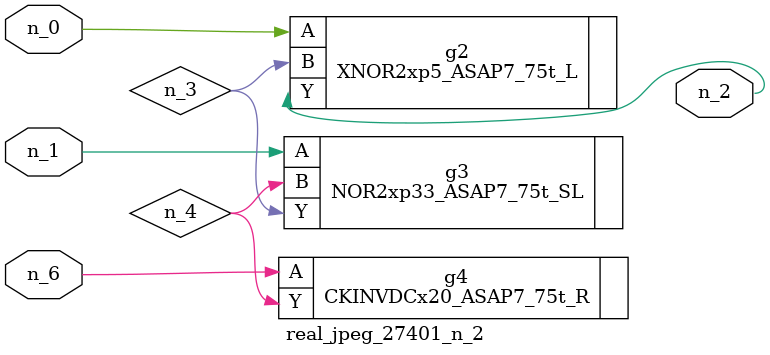
<source format=v>
module real_jpeg_27401_n_2 (n_6, n_1, n_0, n_2);

input n_6;
input n_1;
input n_0;

output n_2;

wire n_4;
wire n_3;

XNOR2xp5_ASAP7_75t_L g2 ( 
.A(n_0),
.B(n_3),
.Y(n_2)
);

NOR2xp33_ASAP7_75t_SL g3 ( 
.A(n_1),
.B(n_4),
.Y(n_3)
);

CKINVDCx20_ASAP7_75t_R g4 ( 
.A(n_6),
.Y(n_4)
);


endmodule
</source>
